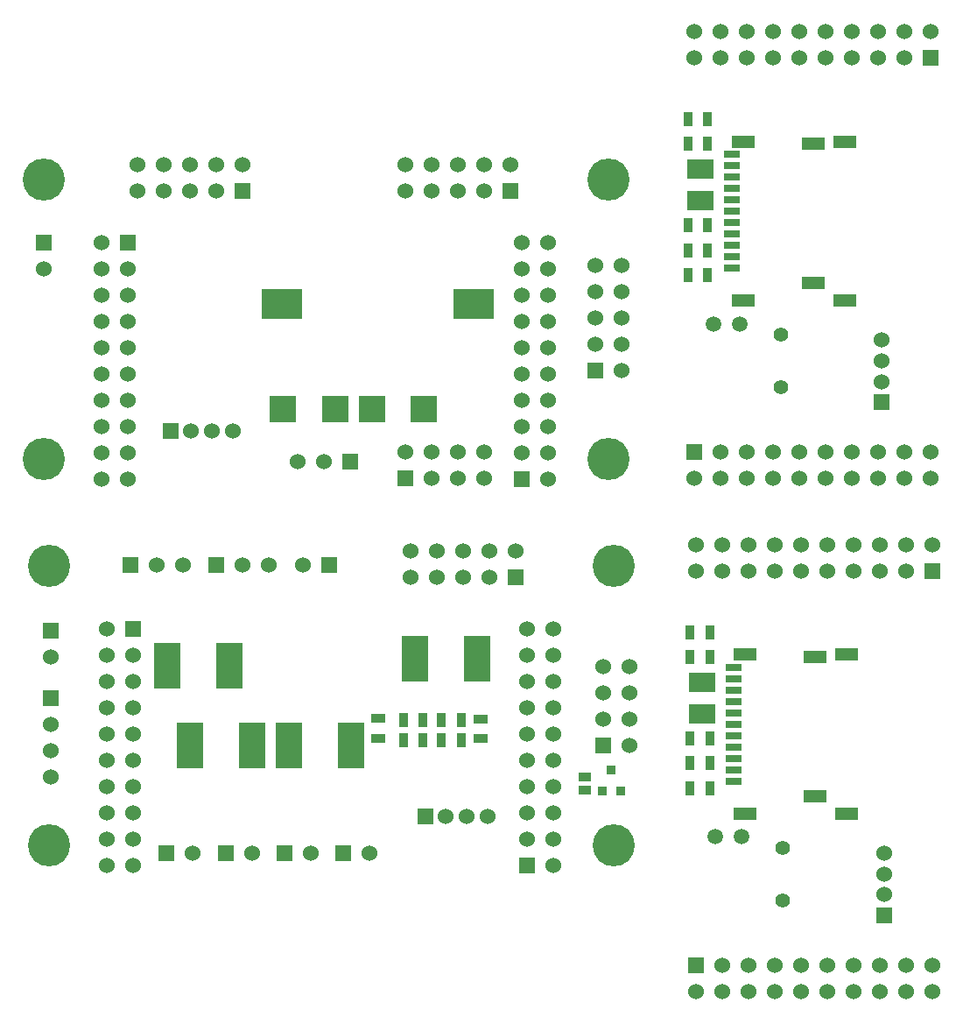
<source format=gbs>
G04 (created by PCBNEW (2013-may-18)-stable) date Сб 30 апр 2016 21:14:56*
%MOIN*%
G04 Gerber Fmt 3.4, Leading zero omitted, Abs format*
%FSLAX34Y34*%
G01*
G70*
G90*
G04 APERTURE LIST*
%ADD10C,0.00590551*%
%ADD11R,0.035X0.055*%
%ADD12R,0.06X0.06*%
%ADD13C,0.06*%
%ADD14C,0.056*%
%ADD15C,0.0590551*%
%ADD16R,0.062X0.026*%
%ADD17R,0.086X0.046*%
%ADD18R,0.0984X0.0768*%
%ADD19R,0.15748X0.11811*%
%ADD20R,0.1004X0.0984*%
%ADD21C,0.16*%
%ADD22R,0.055X0.035*%
%ADD23R,0.036X0.036*%
%ADD24R,0.05X0.038*%
%ADD25R,0.1004X0.1732*%
G04 APERTURE END LIST*
G54D10*
G54D11*
X81197Y-67053D03*
X80447Y-67053D03*
X81197Y-63955D03*
X80447Y-63955D03*
X81197Y-63000D03*
X80447Y-63000D03*
X81197Y-68943D03*
X80447Y-68943D03*
X81197Y-67998D03*
X80447Y-67998D03*
G54D12*
X87830Y-73786D03*
G54D13*
X87830Y-72998D03*
X87830Y-72211D03*
X87830Y-71423D03*
G54D14*
X83972Y-73211D03*
X83972Y-71211D03*
G54D12*
X80692Y-75687D03*
G54D13*
X80692Y-76687D03*
X81692Y-75687D03*
X81692Y-76687D03*
X82692Y-75687D03*
X82692Y-76687D03*
X83692Y-75687D03*
X83692Y-76687D03*
X84692Y-75687D03*
X84692Y-76687D03*
X85692Y-75687D03*
X85692Y-76687D03*
X86692Y-75687D03*
X86692Y-76687D03*
X87692Y-75687D03*
X87692Y-76687D03*
X88692Y-75687D03*
X88692Y-76687D03*
X89692Y-75687D03*
X89692Y-76687D03*
G54D12*
X89692Y-60687D03*
G54D13*
X89692Y-59687D03*
X88692Y-60687D03*
X88692Y-59687D03*
X87692Y-60687D03*
X87692Y-59687D03*
X86692Y-60687D03*
X86692Y-59687D03*
X85692Y-60687D03*
X85692Y-59687D03*
X84692Y-60687D03*
X84692Y-59687D03*
X83692Y-60687D03*
X83692Y-59687D03*
X82692Y-60687D03*
X82692Y-59687D03*
X81692Y-60687D03*
X81692Y-59687D03*
X80692Y-60687D03*
X80692Y-59687D03*
G54D15*
X81425Y-70793D03*
X82425Y-70793D03*
G54D16*
X82125Y-68685D03*
X82125Y-67815D03*
X82125Y-67385D03*
X82125Y-66955D03*
X82125Y-66515D03*
X82125Y-66085D03*
X82125Y-65655D03*
X82125Y-65215D03*
X82125Y-64785D03*
X82125Y-68241D03*
G54D17*
X85225Y-69235D03*
X85225Y-63935D03*
G54D16*
X82125Y-64355D03*
G54D17*
X86416Y-63864D03*
X86416Y-69907D03*
X82558Y-63864D03*
X82558Y-69907D03*
G54D18*
X80905Y-66105D03*
X80905Y-64905D03*
G54D11*
X81122Y-47528D03*
X80372Y-47528D03*
X81122Y-44430D03*
X80372Y-44430D03*
X81122Y-43475D03*
X80372Y-43475D03*
X81122Y-49418D03*
X80372Y-49418D03*
X81122Y-48473D03*
X80372Y-48473D03*
G54D12*
X87755Y-54261D03*
G54D13*
X87755Y-53473D03*
X87755Y-52686D03*
X87755Y-51898D03*
G54D14*
X83897Y-53686D03*
X83897Y-51686D03*
G54D12*
X80617Y-56162D03*
G54D13*
X80617Y-57162D03*
X81617Y-56162D03*
X81617Y-57162D03*
X82617Y-56162D03*
X82617Y-57162D03*
X83617Y-56162D03*
X83617Y-57162D03*
X84617Y-56162D03*
X84617Y-57162D03*
X85617Y-56162D03*
X85617Y-57162D03*
X86617Y-56162D03*
X86617Y-57162D03*
X87617Y-56162D03*
X87617Y-57162D03*
X88617Y-56162D03*
X88617Y-57162D03*
X89617Y-56162D03*
X89617Y-57162D03*
G54D12*
X89617Y-41162D03*
G54D13*
X89617Y-40162D03*
X88617Y-41162D03*
X88617Y-40162D03*
X87617Y-41162D03*
X87617Y-40162D03*
X86617Y-41162D03*
X86617Y-40162D03*
X85617Y-41162D03*
X85617Y-40162D03*
X84617Y-41162D03*
X84617Y-40162D03*
X83617Y-41162D03*
X83617Y-40162D03*
X82617Y-41162D03*
X82617Y-40162D03*
X81617Y-41162D03*
X81617Y-40162D03*
X80617Y-41162D03*
X80617Y-40162D03*
G54D15*
X81350Y-51268D03*
X82350Y-51268D03*
G54D16*
X82050Y-49160D03*
X82050Y-48290D03*
X82050Y-47860D03*
X82050Y-47430D03*
X82050Y-46990D03*
X82050Y-46560D03*
X82050Y-46130D03*
X82050Y-45690D03*
X82050Y-45260D03*
X82050Y-48716D03*
G54D17*
X85150Y-49710D03*
X85150Y-44410D03*
G54D16*
X82050Y-44830D03*
G54D17*
X86341Y-44339D03*
X86341Y-50382D03*
X82483Y-44339D03*
X82483Y-50382D03*
G54D18*
X80830Y-46580D03*
X80830Y-45380D03*
G54D12*
X74037Y-57167D03*
G54D13*
X75037Y-57167D03*
X74037Y-56167D03*
X75037Y-56167D03*
X74037Y-55167D03*
X75037Y-55167D03*
X74037Y-54167D03*
X75037Y-54167D03*
X74037Y-53167D03*
X75037Y-53167D03*
X74037Y-52167D03*
X75037Y-52167D03*
X74037Y-51167D03*
X75037Y-51167D03*
X74037Y-50167D03*
X75037Y-50167D03*
X74037Y-49167D03*
X75037Y-49167D03*
X74037Y-48167D03*
X75037Y-48167D03*
G54D12*
X59037Y-48167D03*
G54D13*
X58037Y-48167D03*
X59037Y-49167D03*
X58037Y-49167D03*
X59037Y-50167D03*
X58037Y-50167D03*
X59037Y-51167D03*
X58037Y-51167D03*
X59037Y-52167D03*
X58037Y-52167D03*
X59037Y-53167D03*
X58037Y-53167D03*
X59037Y-54167D03*
X58037Y-54167D03*
X59037Y-55167D03*
X58037Y-55167D03*
X59037Y-56167D03*
X58037Y-56167D03*
X59037Y-57167D03*
X58037Y-57167D03*
G54D12*
X69600Y-57150D03*
G54D13*
X69600Y-56150D03*
X70600Y-57150D03*
X70600Y-56150D03*
X71600Y-57150D03*
X71600Y-56150D03*
X72600Y-57150D03*
X72600Y-56150D03*
G54D12*
X67500Y-56500D03*
G54D13*
X66500Y-56500D03*
X65500Y-56500D03*
G54D12*
X55850Y-48175D03*
G54D13*
X55850Y-49175D03*
G54D19*
X64909Y-50500D03*
X72193Y-50500D03*
G54D20*
X66944Y-54500D03*
X64956Y-54500D03*
X70319Y-54500D03*
X68331Y-54500D03*
G54D12*
X60668Y-55350D03*
G54D13*
X61456Y-55350D03*
X62243Y-55350D03*
X63031Y-55350D03*
G54D12*
X63400Y-46200D03*
G54D13*
X63400Y-45200D03*
X62400Y-46200D03*
X62400Y-45200D03*
X61400Y-46200D03*
X61400Y-45200D03*
X60400Y-46200D03*
X60400Y-45200D03*
X59400Y-46200D03*
X59400Y-45200D03*
G54D12*
X73600Y-46200D03*
G54D13*
X73600Y-45200D03*
X72600Y-46200D03*
X72600Y-45200D03*
X71600Y-46200D03*
X71600Y-45200D03*
X70600Y-46200D03*
X70600Y-45200D03*
X69600Y-46200D03*
X69600Y-45200D03*
G54D12*
X76850Y-53050D03*
G54D13*
X77850Y-53050D03*
X76850Y-52050D03*
X77850Y-52050D03*
X76850Y-51050D03*
X77850Y-51050D03*
X76850Y-50050D03*
X77850Y-50050D03*
X76850Y-49050D03*
X77850Y-49050D03*
G54D21*
X55850Y-56400D03*
X55850Y-45770D03*
X77350Y-45770D03*
X77350Y-56400D03*
G54D11*
X70986Y-66353D03*
X71736Y-66353D03*
X70279Y-67101D03*
X69529Y-67101D03*
X70279Y-66353D03*
X69529Y-66353D03*
X70986Y-67101D03*
X71736Y-67101D03*
G54D22*
X68585Y-67043D03*
X68585Y-66293D03*
X72483Y-66313D03*
X72483Y-67063D03*
G54D12*
X56100Y-65500D03*
G54D13*
X56100Y-66500D03*
X56100Y-67500D03*
X56100Y-68500D03*
G54D12*
X59150Y-60450D03*
G54D13*
X60150Y-60450D03*
X61150Y-60450D03*
G54D12*
X60520Y-71422D03*
G54D13*
X61520Y-71422D03*
G54D12*
X66700Y-60450D03*
G54D13*
X65700Y-60450D03*
G54D12*
X65009Y-71422D03*
G54D13*
X66009Y-71422D03*
G54D12*
X67253Y-71422D03*
G54D13*
X68253Y-71422D03*
G54D12*
X59237Y-62867D03*
G54D13*
X58237Y-62867D03*
X59237Y-63867D03*
X58237Y-63867D03*
X59237Y-64867D03*
X58237Y-64867D03*
X59237Y-65867D03*
X58237Y-65867D03*
X59237Y-66867D03*
X58237Y-66867D03*
X59237Y-67867D03*
X58237Y-67867D03*
X59237Y-68867D03*
X58237Y-68867D03*
X59237Y-69867D03*
X58237Y-69867D03*
X59237Y-70867D03*
X58237Y-70867D03*
X59237Y-71867D03*
X58237Y-71867D03*
G54D12*
X74237Y-71867D03*
G54D13*
X75237Y-71867D03*
X74237Y-70867D03*
X75237Y-70867D03*
X74237Y-69867D03*
X75237Y-69867D03*
X74237Y-68867D03*
X75237Y-68867D03*
X74237Y-67867D03*
X75237Y-67867D03*
X74237Y-66867D03*
X75237Y-66867D03*
X74237Y-65867D03*
X75237Y-65867D03*
X74237Y-64867D03*
X75237Y-64867D03*
X74237Y-63867D03*
X75237Y-63867D03*
X74237Y-62867D03*
X75237Y-62867D03*
G54D12*
X62425Y-60450D03*
G54D13*
X63425Y-60450D03*
X64425Y-60450D03*
G54D12*
X62770Y-71422D03*
G54D13*
X63770Y-71422D03*
G54D12*
X70368Y-70000D03*
G54D13*
X71156Y-70000D03*
X71943Y-70000D03*
X72731Y-70000D03*
G54D12*
X77150Y-67300D03*
G54D13*
X78150Y-67300D03*
X77150Y-66300D03*
X78150Y-66300D03*
X77150Y-65300D03*
X78150Y-65300D03*
X77150Y-64300D03*
X78150Y-64300D03*
G54D21*
X77550Y-60470D03*
X77550Y-71100D03*
X56050Y-71100D03*
X56050Y-60470D03*
G54D12*
X56100Y-62950D03*
G54D13*
X56100Y-63950D03*
G54D12*
X73800Y-60900D03*
G54D13*
X73800Y-59900D03*
X72800Y-60900D03*
X72800Y-59900D03*
X71800Y-60900D03*
X71800Y-59900D03*
X70800Y-60900D03*
X70800Y-59900D03*
X69800Y-60900D03*
X69800Y-59900D03*
G54D23*
X77100Y-69050D03*
X77800Y-69050D03*
X77450Y-68250D03*
G54D24*
X76450Y-68500D03*
X76450Y-69000D03*
G54D25*
X67551Y-67330D03*
X65189Y-67330D03*
X63761Y-67320D03*
X61399Y-67320D03*
X69969Y-64000D03*
X72331Y-64000D03*
X62901Y-64280D03*
X60539Y-64280D03*
M02*

</source>
